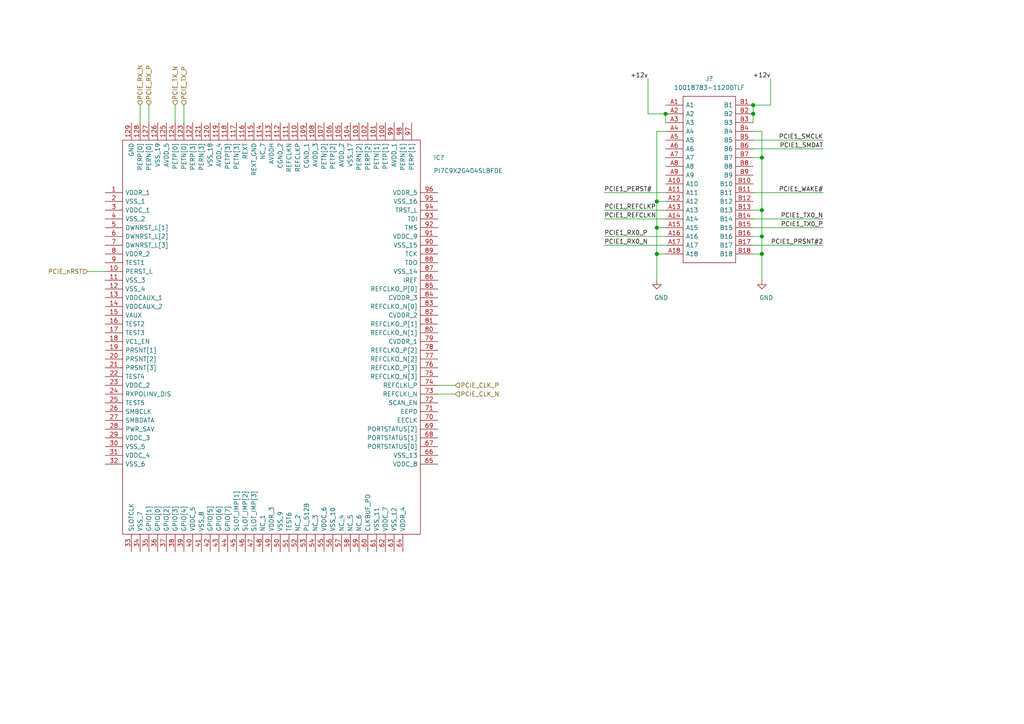
<source format=kicad_sch>
(kicad_sch (version 20200828) (generator eeschema)
  (page 3 4)
  (paper "A4")
  (lib_symbols
    (symbol "CM4_MATX:10018783-11200TLF" (pin_names (offset 0.762))
      (property "Reference" "J" (at 21.59 7.62 0))
      (property "Value" "10018783-11200TLF" (at 21.59 5.08 0))
      (symbol "10018783-11200TLF_0_1"
        (polyline (pts (xy 5.08 2.54) (xy 20.32 2.54) (xy 20.32 -45.72) (xy 5.08 -45.72) (xy 5.08 2.54)) (stroke (width 0.1524)))
      )
      (symbol "10018783-11200TLF_0_0"
        (pin passive line (at 0 0 0) (length 5.08) (name "A1") (number "A1"))
        (pin passive line (at 0 -2.54 0) (length 5.08) (name "A2") (number "A2"))
        (pin passive line (at 0 -5.08 0) (length 5.08) (name "A3") (number "A3"))
        (pin passive line (at 0 -7.62 0) (length 5.08) (name "A4") (number "A4"))
        (pin passive line (at 0 -10.16 0) (length 5.08) (name "A5") (number "A5"))
        (pin passive line (at 0 -12.7 0) (length 5.08) (name "A6") (number "A6"))
        (pin passive line (at 0 -15.24 0) (length 5.08) (name "A7") (number "A7"))
        (pin passive line (at 0 -17.78 0) (length 5.08) (name "A8") (number "A8"))
        (pin passive line (at 0 -20.32 0) (length 5.08) (name "A9") (number "A9"))
        (pin passive line (at 0 -22.86 0) (length 5.08) (name "A10") (number "A10"))
        (pin passive line (at 0 -25.4 0) (length 5.08) (name "A11") (number "A11"))
        (pin passive line (at 0 -27.94 0) (length 5.08) (name "A12") (number "A12"))
        (pin passive line (at 0 -30.48 0) (length 5.08) (name "A13") (number "A13"))
        (pin passive line (at 0 -33.02 0) (length 5.08) (name "A14") (number "A14"))
        (pin passive line (at 0 -35.56 0) (length 5.08) (name "A15") (number "A15"))
        (pin passive line (at 0 -38.1 0) (length 5.08) (name "A16") (number "A16"))
        (pin passive line (at 0 -40.64 0) (length 5.08) (name "A17") (number "A17"))
        (pin passive line (at 0 -43.18 0) (length 5.08) (name "A18") (number "A18"))
        (pin passive line (at 25.4 0 180) (length 5.08) (name "B1") (number "B1"))
        (pin passive line (at 25.4 -2.54 180) (length 5.08) (name "B2") (number "B2"))
        (pin passive line (at 25.4 -5.08 180) (length 5.08) (name "B3") (number "B3"))
        (pin passive line (at 25.4 -7.62 180) (length 5.08) (name "B4") (number "B4"))
        (pin passive line (at 25.4 -10.16 180) (length 5.08) (name "B5") (number "B5"))
        (pin passive line (at 25.4 -12.7 180) (length 5.08) (name "B6") (number "B6"))
        (pin passive line (at 25.4 -15.24 180) (length 5.08) (name "B7") (number "B7"))
        (pin passive line (at 25.4 -17.78 180) (length 5.08) (name "B8") (number "B8"))
        (pin passive line (at 25.4 -20.32 180) (length 5.08) (name "B9") (number "B9"))
        (pin passive line (at 25.4 -22.86 180) (length 5.08) (name "B10") (number "B10"))
        (pin passive line (at 25.4 -25.4 180) (length 5.08) (name "B11") (number "B11"))
        (pin passive line (at 25.4 -27.94 180) (length 5.08) (name "B12") (number "B12"))
        (pin passive line (at 25.4 -30.48 180) (length 5.08) (name "B13") (number "B13"))
        (pin passive line (at 25.4 -33.02 180) (length 5.08) (name "B14") (number "B14"))
        (pin passive line (at 25.4 -35.56 180) (length 5.08) (name "B15") (number "B15"))
        (pin passive line (at 25.4 -38.1 180) (length 5.08) (name "B16") (number "B16"))
        (pin passive line (at 25.4 -40.64 180) (length 5.08) (name "B17") (number "B17"))
        (pin passive line (at 25.4 -43.18 180) (length 5.08) (name "B18") (number "B18"))
      )
    )
    (symbol "CM4_MATX:PI7C9X2G404SLBFDE" (pin_names (offset 0.762))
      (property "Reference" "IC" (at 92.71 20.32 0))
      (property "Value" "PI7C9X2G404SLBFDE" (at 92.71 17.78 0))
      (symbol "PI7C9X2G404SLBFDE_0_1"
        (polyline (pts (xy 5.08 15.24) (xy 91.44 15.24) (xy 91.44 -99.06) (xy 5.08 -99.06) (xy 5.08 15.24)) (stroke (width 0.1524)))
      )
      (symbol "PI7C9X2G404SLBFDE_0_0"
        (pin passive line (at 0 0 0) (length 5.08) (name "VDDR_1") (number "1"))
        (pin passive line (at 0 -2.54 0) (length 5.08) (name "VSS_1") (number "2"))
        (pin passive line (at 0 -5.08 0) (length 5.08) (name "VDDC_1") (number "3"))
        (pin passive line (at 0 -7.62 0) (length 5.08) (name "VSS_2") (number "4"))
        (pin passive line (at 0 -10.16 0) (length 5.08) (name "DWNRST_L[1]") (number "5"))
        (pin passive line (at 0 -12.7 0) (length 5.08) (name "DWNRST_L[2]") (number "6"))
        (pin passive line (at 0 -15.24 0) (length 5.08) (name "DWNRST_L[3]") (number "7"))
        (pin passive line (at 0 -17.78 0) (length 5.08) (name "VDDR_2") (number "8"))
        (pin passive line (at 0 -20.32 0) (length 5.08) (name "TEST1") (number "9"))
        (pin passive line (at 0 -22.86 0) (length 5.08) (name "PERST_L") (number "10"))
        (pin passive line (at 0 -25.4 0) (length 5.08) (name "VSS_3") (number "11"))
        (pin passive line (at 0 -27.94 0) (length 5.08) (name "VSS_4") (number "12"))
        (pin passive line (at 0 -30.48 0) (length 5.08) (name "VDDCAUX_1") (number "13"))
        (pin passive line (at 0 -33.02 0) (length 5.08) (name "VDDCAUX_2") (number "14"))
        (pin passive line (at 0 -35.56 0) (length 5.08) (name "VAUX") (number "15"))
        (pin passive line (at 0 -38.1 0) (length 5.08) (name "TEST2") (number "16"))
        (pin passive line (at 0 -40.64 0) (length 5.08) (name "TEST3") (number "17"))
        (pin passive line (at 0 -43.18 0) (length 5.08) (name "VC1_EN") (number "18"))
        (pin passive line (at 0 -45.72 0) (length 5.08) (name "PRSNT[1]") (number "19"))
        (pin passive line (at 0 -48.26 0) (length 5.08) (name "PRSNT[2]") (number "20"))
        (pin passive line (at 0 -50.8 0) (length 5.08) (name "PRSNT[3]") (number "21"))
        (pin passive line (at 0 -53.34 0) (length 5.08) (name "TEST4") (number "22"))
        (pin passive line (at 0 -55.88 0) (length 5.08) (name "VDDC_2") (number "23"))
        (pin passive line (at 0 -58.42 0) (length 5.08) (name "RXPOLINV_DIS") (number "24"))
        (pin passive line (at 0 -60.96 0) (length 5.08) (name "TEST5") (number "25"))
        (pin passive line (at 0 -63.5 0) (length 5.08) (name "SMBCLK") (number "26"))
        (pin passive line (at 0 -66.04 0) (length 5.08) (name "SMBDATA") (number "27"))
        (pin passive line (at 0 -68.58 0) (length 5.08) (name "PWR_SAV") (number "28"))
        (pin passive line (at 0 -71.12 0) (length 5.08) (name "VDDC_3") (number "29"))
        (pin passive line (at 0 -73.66 0) (length 5.08) (name "VSS_5") (number "30"))
        (pin passive line (at 0 -76.2 0) (length 5.08) (name "VDDC_4") (number "31"))
        (pin passive line (at 0 -78.74 0) (length 5.08) (name "VSS_6") (number "32"))
        (pin passive line (at 7.62 -104.14 90) (length 5.08) (name "SLOTCLK") (number "33"))
        (pin passive line (at 10.16 -104.14 90) (length 5.08) (name "VSS_7") (number "34"))
        (pin passive line (at 12.7 -104.14 90) (length 5.08) (name "GPIO[1]") (number "35"))
        (pin passive line (at 15.24 -104.14 90) (length 5.08) (name "GPIO[0]") (number "36"))
        (pin passive line (at 17.78 -104.14 90) (length 5.08) (name "GPIO[2]") (number "37"))
        (pin passive line (at 20.32 -104.14 90) (length 5.08) (name "GPIO[3]") (number "38"))
        (pin passive line (at 22.86 -104.14 90) (length 5.08) (name "GPIO[4]") (number "39"))
        (pin passive line (at 25.4 -104.14 90) (length 5.08) (name "VDDC_5") (number "40"))
        (pin passive line (at 27.94 -104.14 90) (length 5.08) (name "VSS_8") (number "41"))
        (pin passive line (at 30.48 -104.14 90) (length 5.08) (name "GPIO[5]") (number "42"))
        (pin passive line (at 33.02 -104.14 90) (length 5.08) (name "GPIO[6]") (number "43"))
        (pin passive line (at 35.56 -104.14 90) (length 5.08) (name "GPIO[7]") (number "44"))
        (pin passive line (at 38.1 -104.14 90) (length 5.08) (name "SLOT_IMP[1]") (number "45"))
        (pin passive line (at 40.64 -104.14 90) (length 5.08) (name "SLOT_IMP[2]") (number "46"))
        (pin passive line (at 43.18 -104.14 90) (length 5.08) (name "SLOT_IMP[3]") (number "47"))
        (pin passive line (at 45.72 -104.14 90) (length 5.08) (name "NC_1") (number "48"))
        (pin passive line (at 48.26 -104.14 90) (length 5.08) (name "VDDR_3") (number "49"))
        (pin passive line (at 50.8 -104.14 90) (length 5.08) (name "VSS_9") (number "50"))
        (pin passive line (at 53.34 -104.14 90) (length 5.08) (name "TEST6") (number "51"))
        (pin passive line (at 55.88 -104.14 90) (length 5.08) (name "NC_2") (number "52"))
        (pin passive line (at 58.42 -104.14 90) (length 5.08) (name "PL_512B") (number "53"))
        (pin passive line (at 60.96 -104.14 90) (length 5.08) (name "NC_3") (number "54"))
        (pin passive line (at 63.5 -104.14 90) (length 5.08) (name "VDDC_6") (number "55"))
        (pin passive line (at 66.04 -104.14 90) (length 5.08) (name "VSS_10") (number "56"))
        (pin passive line (at 68.58 -104.14 90) (length 5.08) (name "NC_4") (number "57"))
        (pin passive line (at 71.12 -104.14 90) (length 5.08) (name "NC_5") (number "58"))
        (pin passive line (at 73.66 -104.14 90) (length 5.08) (name "NC_6") (number "59"))
        (pin passive line (at 76.2 -104.14 90) (length 5.08) (name "CLKBUF_PD") (number "60"))
        (pin passive line (at 78.74 -104.14 90) (length 5.08) (name "VSS_11") (number "61"))
        (pin passive line (at 81.28 -104.14 90) (length 5.08) (name "VDDC_7") (number "62"))
        (pin passive line (at 83.82 -104.14 90) (length 5.08) (name "VSS_12") (number "63"))
        (pin passive line (at 86.36 -104.14 90) (length 5.08) (name "VDDR_4") (number "64"))
        (pin passive line (at 96.52 0 180) (length 5.08) (name "VDDR_5") (number "96"))
        (pin passive line (at 96.52 -2.54 180) (length 5.08) (name "VSS_16") (number "95"))
        (pin passive line (at 96.52 -5.08 180) (length 5.08) (name "TRST_L") (number "94"))
        (pin passive line (at 96.52 -7.62 180) (length 5.08) (name "TDI") (number "93"))
        (pin passive line (at 96.52 -10.16 180) (length 5.08) (name "TMS") (number "92"))
        (pin passive line (at 96.52 -12.7 180) (length 5.08) (name "VDDC_9") (number "91"))
        (pin passive line (at 96.52 -15.24 180) (length 5.08) (name "VSS_15") (number "90"))
        (pin passive line (at 96.52 -17.78 180) (length 5.08) (name "TCK") (number "89"))
        (pin passive line (at 96.52 -20.32 180) (length 5.08) (name "TDO") (number "88"))
        (pin passive line (at 96.52 -22.86 180) (length 5.08) (name "VSS_14") (number "87"))
        (pin passive line (at 96.52 -25.4 180) (length 5.08) (name "IREF") (number "86"))
        (pin passive line (at 96.52 -27.94 180) (length 5.08) (name "REFCLKO_P[0]") (number "85"))
        (pin passive line (at 96.52 -30.48 180) (length 5.08) (name "CVDDR_3") (number "84"))
        (pin passive line (at 96.52 -33.02 180) (length 5.08) (name "REFCLKO_N[0]") (number "83"))
        (pin passive line (at 96.52 -35.56 180) (length 5.08) (name "CVDDR_2") (number "82"))
        (pin passive line (at 96.52 -38.1 180) (length 5.08) (name "REFCLKO_P[1]") (number "81"))
        (pin passive line (at 96.52 -40.64 180) (length 5.08) (name "REFCLKO_N[1]") (number "80"))
        (pin passive line (at 96.52 -43.18 180) (length 5.08) (name "CVDDR_1") (number "79"))
        (pin passive line (at 96.52 -45.72 180) (length 5.08) (name "REFCLKO_P[2]") (number "78"))
        (pin passive line (at 96.52 -48.26 180) (length 5.08) (name "REFCLKO_N[2]") (number "77"))
        (pin passive line (at 96.52 -50.8 180) (length 5.08) (name "REFCLKO_P[3]") (number "76"))
        (pin passive line (at 96.52 -53.34 180) (length 5.08) (name "REFCLKO_N[3]") (number "75"))
        (pin passive line (at 96.52 -55.88 180) (length 5.08) (name "REFCLKI_P") (number "74"))
        (pin passive line (at 96.52 -58.42 180) (length 5.08) (name "REFCLKI_N") (number "73"))
        (pin passive line (at 96.52 -60.96 180) (length 5.08) (name "SCAN_EN") (number "72"))
        (pin passive line (at 96.52 -63.5 180) (length 5.08) (name "EEPD") (number "71"))
        (pin passive line (at 96.52 -66.04 180) (length 5.08) (name "EECLK") (number "70"))
        (pin passive line (at 96.52 -68.58 180) (length 5.08) (name "PORTSTATUS[2]") (number "69"))
        (pin passive line (at 96.52 -71.12 180) (length 5.08) (name "PORTSTATUS[1]") (number "68"))
        (pin passive line (at 96.52 -73.66 180) (length 5.08) (name "PORTSTATUS[0]") (number "67"))
        (pin passive line (at 96.52 -76.2 180) (length 5.08) (name "VSS_13") (number "66"))
        (pin passive line (at 96.52 -78.74 180) (length 5.08) (name "VDDC_8") (number "65"))
        (pin passive line (at 7.62 20.32 270) (length 5.08) (name "GND") (number "129"))
        (pin passive line (at 10.16 20.32 270) (length 5.08) (name "PERP[0]") (number "128"))
        (pin passive line (at 12.7 20.32 270) (length 5.08) (name "PERN[0]") (number "127"))
        (pin passive line (at 15.24 20.32 270) (length 5.08) (name "VSS_19") (number "126"))
        (pin passive line (at 17.78 20.32 270) (length 5.08) (name "AVDD_5") (number "125"))
        (pin passive line (at 20.32 20.32 270) (length 5.08) (name "PETP[0]") (number "124"))
        (pin passive line (at 22.86 20.32 270) (length 5.08) (name "PETN[0]") (number "123"))
        (pin passive line (at 25.4 20.32 270) (length 5.08) (name "PERP[3]") (number "122"))
        (pin passive line (at 27.94 20.32 270) (length 5.08) (name "PERN[3]") (number "121"))
        (pin passive line (at 30.48 20.32 270) (length 5.08) (name "VSS_18") (number "120"))
        (pin passive line (at 33.02 20.32 270) (length 5.08) (name "AVDD_4") (number "119"))
        (pin passive line (at 35.56 20.32 270) (length 5.08) (name "PETP[3]") (number "118"))
        (pin passive line (at 38.1 20.32 270) (length 5.08) (name "PETN[3]") (number "117"))
        (pin passive line (at 40.64 20.32 270) (length 5.08) (name "REXT") (number "116"))
        (pin passive line (at 43.18 20.32 270) (length 5.08) (name "REXT_GND") (number "115"))
        (pin passive line (at 45.72 20.32 270) (length 5.08) (name "NC_7") (number "114"))
        (pin passive line (at 48.26 20.32 270) (length 5.08) (name "AVDDH") (number "113"))
        (pin passive line (at 50.8 20.32 270) (length 5.08) (name "CGND_2") (number "112"))
        (pin passive line (at 53.34 20.32 270) (length 5.08) (name "REFCLKN") (number "111"))
        (pin passive line (at 55.88 20.32 270) (length 5.08) (name "REFCLKP") (number "110"))
        (pin passive line (at 58.42 20.32 270) (length 5.08) (name "CGND_1") (number "109"))
        (pin passive line (at 60.96 20.32 270) (length 5.08) (name "AVDD_3") (number "108"))
        (pin passive line (at 63.5 20.32 270) (length 5.08) (name "PETN[2]") (number "107"))
        (pin passive line (at 66.04 20.32 270) (length 5.08) (name "PETP[2]") (number "106"))
        (pin passive line (at 68.58 20.32 270) (length 5.08) (name "AVDD_2") (number "105"))
        (pin passive line (at 71.12 20.32 270) (length 5.08) (name "VSS_17") (number "104"))
        (pin passive line (at 73.66 20.32 270) (length 5.08) (name "PERN[2]") (number "103"))
        (pin passive line (at 76.2 20.32 270) (length 5.08) (name "PERP[2]") (number "102"))
        (pin passive line (at 78.74 20.32 270) (length 5.08) (name "PETN[1]") (number "101"))
        (pin passive line (at 81.28 20.32 270) (length 5.08) (name "PETP[1]") (number "100"))
        (pin passive line (at 83.82 20.32 270) (length 5.08) (name "AVDD_1") (number "99"))
        (pin passive line (at 86.36 20.32 270) (length 5.08) (name "PERN[1]") (number "98"))
        (pin passive line (at 88.9 20.32 270) (length 5.08) (name "PERP[1]") (number "97"))
      )
    )
    (symbol "power:GND" (power) (pin_names (offset 0))
      (property "Value" "GND" (at 0 -3.81 0))
      (symbol "GND_0_1"
        (polyline (pts (xy 0 0) (xy 0 -1.27) (xy 1.27 -1.27) (xy 0 -2.54) (xy -1.27 -1.27) (xy 0 -1.27)))
      )
      (symbol "GND_1_1"
        (pin power_in line (at 0 0 270) (length 0) hide (name "GND") (number "1"))
      )
    )
  )
  (junction (at 190.5 58.42) (diameter 1.016))
  (junction (at 190.5 66.04) (diameter 1.016))
  (junction (at 190.5 73.66) (diameter 1.016))
  (junction (at 193.04 33.02) (diameter 1.016))
  (junction (at 218.44 30.48) (diameter 1.016))
  (junction (at 218.44 33.02) (diameter 1.016))
  (junction (at 220.98 45.72) (diameter 1.016))
  (junction (at 220.98 60.96) (diameter 1.016))
  (junction (at 220.98 68.58) (diameter 1.016))
  (junction (at 220.98 73.66) (diameter 1.016))
  (wire (pts (xy 25.4 78.74) (xy 30.48 78.74)))
  (wire (pts (xy 40.64 30.48) (xy 40.64 35.56)))
  (wire (pts (xy 43.18 30.48) (xy 43.18 35.56)))
  (wire (pts (xy 50.8 30.48) (xy 50.8 35.56)))
  (wire (pts (xy 53.34 30.48) (xy 53.34 35.56)))
  (wire (pts (xy 127 111.76) (xy 132.08 111.76)))
  (wire (pts (xy 127 114.3) (xy 132.08 114.3)))
  (wire (pts (xy 175.26 55.88) (xy 193.04 55.88)))
  (wire (pts (xy 175.26 60.96) (xy 193.04 60.96)))
  (wire (pts (xy 175.26 63.5) (xy 193.04 63.5)))
  (wire (pts (xy 175.26 68.58) (xy 193.04 68.58)))
  (wire (pts (xy 175.26 71.12) (xy 193.04 71.12)))
  (wire (pts (xy 187.96 22.86) (xy 187.96 33.02)))
  (wire (pts (xy 190.5 38.1) (xy 190.5 58.42)))
  (wire (pts (xy 190.5 58.42) (xy 190.5 66.04)))
  (wire (pts (xy 190.5 58.42) (xy 193.04 58.42)))
  (wire (pts (xy 190.5 66.04) (xy 190.5 73.66)))
  (wire (pts (xy 190.5 66.04) (xy 193.04 66.04)))
  (wire (pts (xy 190.5 73.66) (xy 190.5 81.28)))
  (wire (pts (xy 190.5 73.66) (xy 193.04 73.66)))
  (wire (pts (xy 193.04 33.02) (xy 187.96 33.02)))
  (wire (pts (xy 193.04 33.02) (xy 193.04 35.56)))
  (wire (pts (xy 193.04 38.1) (xy 190.5 38.1)))
  (wire (pts (xy 218.44 30.48) (xy 218.44 33.02)))
  (wire (pts (xy 218.44 30.48) (xy 223.52 30.48)))
  (wire (pts (xy 218.44 33.02) (xy 218.44 35.56)))
  (wire (pts (xy 218.44 38.1) (xy 220.98 38.1)))
  (wire (pts (xy 218.44 40.64) (xy 238.76 40.64)))
  (wire (pts (xy 218.44 43.18) (xy 238.76 43.18)))
  (wire (pts (xy 218.44 45.72) (xy 220.98 45.72)))
  (wire (pts (xy 218.44 55.88) (xy 238.76 55.88)))
  (wire (pts (xy 218.44 60.96) (xy 220.98 60.96)))
  (wire (pts (xy 218.44 63.5) (xy 238.76 63.5)))
  (wire (pts (xy 218.44 66.04) (xy 238.76 66.04)))
  (wire (pts (xy 218.44 68.58) (xy 220.98 68.58)))
  (wire (pts (xy 218.44 71.12) (xy 238.76 71.12)))
  (wire (pts (xy 218.44 73.66) (xy 220.98 73.66)))
  (wire (pts (xy 220.98 38.1) (xy 220.98 45.72)))
  (wire (pts (xy 220.98 45.72) (xy 220.98 60.96)))
  (wire (pts (xy 220.98 60.96) (xy 220.98 68.58)))
  (wire (pts (xy 220.98 68.58) (xy 220.98 73.66)))
  (wire (pts (xy 220.98 73.66) (xy 220.98 81.28)))
  (wire (pts (xy 223.52 22.86) (xy 223.52 30.48)))
  (label "PCIE1_PERST#" (at 175.26 55.88 0))
  (label "PCIE1_REFCLKP" (at 175.26 60.96 0))
  (label "PCIE1_REFCLKN" (at 175.26 63.5 0))
  (label "PCIE1_RX0_P" (at 175.26 68.58 0))
  (label "PCIE1_RX0_N" (at 175.26 71.12 0))
  (label "+12v" (at 187.96 22.86 180))
  (label "+12v" (at 223.52 22.86 180))
  (label "PCIE1_SMCLK" (at 238.76 40.64 180))
  (label "PCIE1_SMDAT" (at 238.76 43.18 180))
  (label "PCIE1_WAKE#" (at 238.76 55.88 180))
  (label "PCIE1_TX0_N" (at 238.76 63.5 180))
  (label "PCIE1_TX0_P" (at 238.76 66.04 180))
  (label "PCIE1_PRSNT#2" (at 238.76 71.12 180))
  (hierarchical_label "PCIE_nRST" (shape input) (at 25.4 78.74 180))
  (hierarchical_label "PCIE_RX_N" (shape input) (at 40.64 30.48 90))
  (hierarchical_label "PCIE_RX_P" (shape input) (at 43.18 30.48 90))
  (hierarchical_label "PCIE_TX_N" (shape input) (at 50.8 30.48 90))
  (hierarchical_label "PCIE_TX_P" (shape input) (at 53.34 30.48 90))
  (hierarchical_label "PCIE_CLK_P" (shape input) (at 132.08 111.76 0))
  (hierarchical_label "PCIE_CLK_N" (shape input) (at 132.08 114.3 0))
  (symbol (lib_id "power:GND") (at 190.5 81.28 0) (unit 1)
    (property "Reference" "#PWR?" (effects hide))
    (property "Value" "GND" (at 191.77 86.36 0))
  )
  (symbol (lib_id "power:GND") (at 220.98 81.28 0) (unit 1)
    (property "Reference" "#PWR?" (effects hide))
    (property "Value" "GND" (at 222.25 86.36 0))
  )
  (symbol (lib_id "CM4_MATX:10018783-11200TLF") (at 193.04 30.48 0) (unit 1)
    (property "Reference" "J?" (at 205.74 22.86 0))
    (property "Value" "10018783-11200TLF" (at 205.74 25.4 0))
    (property "Footprint" "1001878410200TLF" (effects hide))
    (property "Description" "PCI Express / PCI Connectors 36P CARD EDGE CONN X1 VERTICAL" (effects hide))
    (property "Height" "11" (effects hide))
    (property "Mouser Part Number" "649-10018783-1200TLF" (effects hide))
    (property "Mouser Price/Stock" "https://www.mouser.co.uk/ProductDetail/Amphenol-FCI/10018783-11200TLF?qs=V%252BXmToedwojhToflkXXSPA%3D%3D" (effects hide))
    (property "Manufacturer_Name" "Amphenol" (effects hide))
    (property "Manufacturer_Part_Number" "10018783-11200TLF" (effects hide))
  )
  (symbol (lib_id "CM4_MATX:PI7C9X2G404SLBFDE") (at 30.48 55.88 0) (unit 1)
    (property "Reference" "IC?" (at 125.73 45.72 0) (effects (justify left)))
    (property "Value" "PI7C9X2G404SLBFDE" (at 125.73 49.53 0) (effects (justify left)))
    (property "Footprint" "QFP40P1600X1600X160-129N" (effects hide))
    (property "Datasheet" "https://www.mouser.co.uk/datasheet/2/115/PI7C9X2G404SL-1140655.pdf" (effects hide))
    (property "Description" "PCI Interface IC 4 port 4 lane PCIe 2.0 Packet Switch" (effects hide))
    (property "Height" "1.6" (effects hide))
    (property "Mouser Part Number" "729-PI7C9X2G404SLBDE" (effects hide))
    (property "Mouser Price/Stock" "https://www.mouser.co.uk/ProductDetail/Diodes-Incorporated/PI7C9X2G404SLBFDE?qs=iC14BvcgY%2F0hKXrX9biRGw%3D%3D" (effects hide))
    (property "Manufacturer_Name" "Diodes Inc." (effects hide))
    (property "Manufacturer_Part_Number" "PI7C9X2G404SLBFDE" (effects hide))
  )
)
</source>
